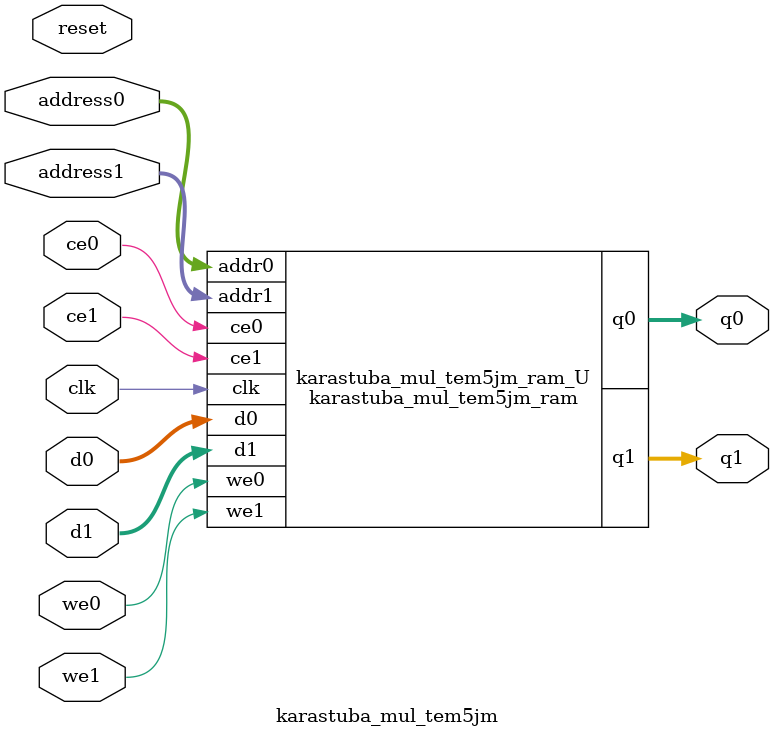
<source format=v>
`timescale 1 ns / 1 ps
module karastuba_mul_tem5jm_ram (addr0, ce0, d0, we0, q0, addr1, ce1, d1, we1, q1,  clk);

parameter DWIDTH = 32;
parameter AWIDTH = 7;
parameter MEM_SIZE = 128;

input[AWIDTH-1:0] addr0;
input ce0;
input[DWIDTH-1:0] d0;
input we0;
output reg[DWIDTH-1:0] q0;
input[AWIDTH-1:0] addr1;
input ce1;
input[DWIDTH-1:0] d1;
input we1;
output reg[DWIDTH-1:0] q1;
input clk;

(* ram_style = "block" *)reg [DWIDTH-1:0] ram[0:MEM_SIZE-1];




always @(posedge clk)  
begin 
    if (ce0) begin
        if (we0) 
            ram[addr0] <= d0; 
        q0 <= ram[addr0];
    end
end


always @(posedge clk)  
begin 
    if (ce1) begin
        if (we1) 
            ram[addr1] <= d1; 
        q1 <= ram[addr1];
    end
end


endmodule

`timescale 1 ns / 1 ps
module karastuba_mul_tem5jm(
    reset,
    clk,
    address0,
    ce0,
    we0,
    d0,
    q0,
    address1,
    ce1,
    we1,
    d1,
    q1);

parameter DataWidth = 32'd32;
parameter AddressRange = 32'd128;
parameter AddressWidth = 32'd7;
input reset;
input clk;
input[AddressWidth - 1:0] address0;
input ce0;
input we0;
input[DataWidth - 1:0] d0;
output[DataWidth - 1:0] q0;
input[AddressWidth - 1:0] address1;
input ce1;
input we1;
input[DataWidth - 1:0] d1;
output[DataWidth - 1:0] q1;



karastuba_mul_tem5jm_ram karastuba_mul_tem5jm_ram_U(
    .clk( clk ),
    .addr0( address0 ),
    .ce0( ce0 ),
    .we0( we0 ),
    .d0( d0 ),
    .q0( q0 ),
    .addr1( address1 ),
    .ce1( ce1 ),
    .we1( we1 ),
    .d1( d1 ),
    .q1( q1 ));

endmodule


</source>
